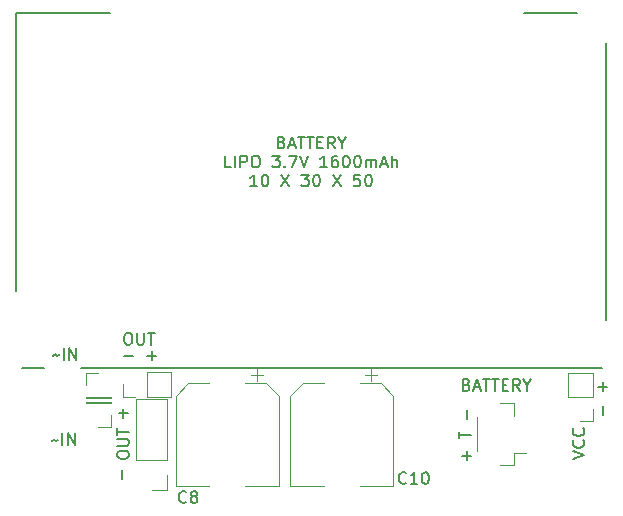
<source format=gbr>
%TF.GenerationSoftware,KiCad,Pcbnew,7.0.10*%
%TF.CreationDate,2024-01-26T14:27:53+11:00*%
%TF.ProjectId,cptibp8-pcb,63707469-6270-4382-9d70-63622e6b6963,rev?*%
%TF.SameCoordinates,Original*%
%TF.FileFunction,Legend,Top*%
%TF.FilePolarity,Positive*%
%FSLAX46Y46*%
G04 Gerber Fmt 4.6, Leading zero omitted, Abs format (unit mm)*
G04 Created by KiCad (PCBNEW 7.0.10) date 2024-01-26 14:27:53*
%MOMM*%
%LPD*%
G01*
G04 APERTURE LIST*
%ADD10C,0.150000*%
%ADD11C,0.120000*%
G04 APERTURE END LIST*
D10*
X44000000Y-1000000D02*
X48500000Y-1000000D01*
X17400000Y-31000000D02*
X50600000Y-31000000D01*
X1000000Y-1000000D02*
X9000000Y-1000000D01*
X51000000Y-3500000D02*
X51000000Y-27000000D01*
X3400000Y-31000000D02*
X1500000Y-31000000D01*
X1000000Y-1000000D02*
X1000000Y-24500000D01*
X17400000Y-31000000D02*
X6500000Y-31000000D01*
X10136779Y-29988866D02*
X10898684Y-29988866D01*
X23499999Y-11926009D02*
X23642856Y-11973628D01*
X23642856Y-11973628D02*
X23690475Y-12021247D01*
X23690475Y-12021247D02*
X23738094Y-12116485D01*
X23738094Y-12116485D02*
X23738094Y-12259342D01*
X23738094Y-12259342D02*
X23690475Y-12354580D01*
X23690475Y-12354580D02*
X23642856Y-12402200D01*
X23642856Y-12402200D02*
X23547618Y-12449819D01*
X23547618Y-12449819D02*
X23166666Y-12449819D01*
X23166666Y-12449819D02*
X23166666Y-11449819D01*
X23166666Y-11449819D02*
X23499999Y-11449819D01*
X23499999Y-11449819D02*
X23595237Y-11497438D01*
X23595237Y-11497438D02*
X23642856Y-11545057D01*
X23642856Y-11545057D02*
X23690475Y-11640295D01*
X23690475Y-11640295D02*
X23690475Y-11735533D01*
X23690475Y-11735533D02*
X23642856Y-11830771D01*
X23642856Y-11830771D02*
X23595237Y-11878390D01*
X23595237Y-11878390D02*
X23499999Y-11926009D01*
X23499999Y-11926009D02*
X23166666Y-11926009D01*
X24119047Y-12164104D02*
X24595237Y-12164104D01*
X24023809Y-12449819D02*
X24357142Y-11449819D01*
X24357142Y-11449819D02*
X24690475Y-12449819D01*
X24880952Y-11449819D02*
X25452380Y-11449819D01*
X25166666Y-12449819D02*
X25166666Y-11449819D01*
X25642857Y-11449819D02*
X26214285Y-11449819D01*
X25928571Y-12449819D02*
X25928571Y-11449819D01*
X26547619Y-11926009D02*
X26880952Y-11926009D01*
X27023809Y-12449819D02*
X26547619Y-12449819D01*
X26547619Y-12449819D02*
X26547619Y-11449819D01*
X26547619Y-11449819D02*
X27023809Y-11449819D01*
X28023809Y-12449819D02*
X27690476Y-11973628D01*
X27452381Y-12449819D02*
X27452381Y-11449819D01*
X27452381Y-11449819D02*
X27833333Y-11449819D01*
X27833333Y-11449819D02*
X27928571Y-11497438D01*
X27928571Y-11497438D02*
X27976190Y-11545057D01*
X27976190Y-11545057D02*
X28023809Y-11640295D01*
X28023809Y-11640295D02*
X28023809Y-11783152D01*
X28023809Y-11783152D02*
X27976190Y-11878390D01*
X27976190Y-11878390D02*
X27928571Y-11926009D01*
X27928571Y-11926009D02*
X27833333Y-11973628D01*
X27833333Y-11973628D02*
X27452381Y-11973628D01*
X28642857Y-11973628D02*
X28642857Y-12449819D01*
X28309524Y-11449819D02*
X28642857Y-11973628D01*
X28642857Y-11973628D02*
X28976190Y-11449819D01*
X19214285Y-14059819D02*
X18738095Y-14059819D01*
X18738095Y-14059819D02*
X18738095Y-13059819D01*
X19547619Y-14059819D02*
X19547619Y-13059819D01*
X20023809Y-14059819D02*
X20023809Y-13059819D01*
X20023809Y-13059819D02*
X20404761Y-13059819D01*
X20404761Y-13059819D02*
X20499999Y-13107438D01*
X20499999Y-13107438D02*
X20547618Y-13155057D01*
X20547618Y-13155057D02*
X20595237Y-13250295D01*
X20595237Y-13250295D02*
X20595237Y-13393152D01*
X20595237Y-13393152D02*
X20547618Y-13488390D01*
X20547618Y-13488390D02*
X20499999Y-13536009D01*
X20499999Y-13536009D02*
X20404761Y-13583628D01*
X20404761Y-13583628D02*
X20023809Y-13583628D01*
X21214285Y-13059819D02*
X21404761Y-13059819D01*
X21404761Y-13059819D02*
X21499999Y-13107438D01*
X21499999Y-13107438D02*
X21595237Y-13202676D01*
X21595237Y-13202676D02*
X21642856Y-13393152D01*
X21642856Y-13393152D02*
X21642856Y-13726485D01*
X21642856Y-13726485D02*
X21595237Y-13916961D01*
X21595237Y-13916961D02*
X21499999Y-14012200D01*
X21499999Y-14012200D02*
X21404761Y-14059819D01*
X21404761Y-14059819D02*
X21214285Y-14059819D01*
X21214285Y-14059819D02*
X21119047Y-14012200D01*
X21119047Y-14012200D02*
X21023809Y-13916961D01*
X21023809Y-13916961D02*
X20976190Y-13726485D01*
X20976190Y-13726485D02*
X20976190Y-13393152D01*
X20976190Y-13393152D02*
X21023809Y-13202676D01*
X21023809Y-13202676D02*
X21119047Y-13107438D01*
X21119047Y-13107438D02*
X21214285Y-13059819D01*
X22738095Y-13059819D02*
X23357142Y-13059819D01*
X23357142Y-13059819D02*
X23023809Y-13440771D01*
X23023809Y-13440771D02*
X23166666Y-13440771D01*
X23166666Y-13440771D02*
X23261904Y-13488390D01*
X23261904Y-13488390D02*
X23309523Y-13536009D01*
X23309523Y-13536009D02*
X23357142Y-13631247D01*
X23357142Y-13631247D02*
X23357142Y-13869342D01*
X23357142Y-13869342D02*
X23309523Y-13964580D01*
X23309523Y-13964580D02*
X23261904Y-14012200D01*
X23261904Y-14012200D02*
X23166666Y-14059819D01*
X23166666Y-14059819D02*
X22880952Y-14059819D01*
X22880952Y-14059819D02*
X22785714Y-14012200D01*
X22785714Y-14012200D02*
X22738095Y-13964580D01*
X23785714Y-13964580D02*
X23833333Y-14012200D01*
X23833333Y-14012200D02*
X23785714Y-14059819D01*
X23785714Y-14059819D02*
X23738095Y-14012200D01*
X23738095Y-14012200D02*
X23785714Y-13964580D01*
X23785714Y-13964580D02*
X23785714Y-14059819D01*
X24166666Y-13059819D02*
X24833332Y-13059819D01*
X24833332Y-13059819D02*
X24404761Y-14059819D01*
X25071428Y-13059819D02*
X25404761Y-14059819D01*
X25404761Y-14059819D02*
X25738094Y-13059819D01*
X27357142Y-14059819D02*
X26785714Y-14059819D01*
X27071428Y-14059819D02*
X27071428Y-13059819D01*
X27071428Y-13059819D02*
X26976190Y-13202676D01*
X26976190Y-13202676D02*
X26880952Y-13297914D01*
X26880952Y-13297914D02*
X26785714Y-13345533D01*
X28214285Y-13059819D02*
X28023809Y-13059819D01*
X28023809Y-13059819D02*
X27928571Y-13107438D01*
X27928571Y-13107438D02*
X27880952Y-13155057D01*
X27880952Y-13155057D02*
X27785714Y-13297914D01*
X27785714Y-13297914D02*
X27738095Y-13488390D01*
X27738095Y-13488390D02*
X27738095Y-13869342D01*
X27738095Y-13869342D02*
X27785714Y-13964580D01*
X27785714Y-13964580D02*
X27833333Y-14012200D01*
X27833333Y-14012200D02*
X27928571Y-14059819D01*
X27928571Y-14059819D02*
X28119047Y-14059819D01*
X28119047Y-14059819D02*
X28214285Y-14012200D01*
X28214285Y-14012200D02*
X28261904Y-13964580D01*
X28261904Y-13964580D02*
X28309523Y-13869342D01*
X28309523Y-13869342D02*
X28309523Y-13631247D01*
X28309523Y-13631247D02*
X28261904Y-13536009D01*
X28261904Y-13536009D02*
X28214285Y-13488390D01*
X28214285Y-13488390D02*
X28119047Y-13440771D01*
X28119047Y-13440771D02*
X27928571Y-13440771D01*
X27928571Y-13440771D02*
X27833333Y-13488390D01*
X27833333Y-13488390D02*
X27785714Y-13536009D01*
X27785714Y-13536009D02*
X27738095Y-13631247D01*
X28928571Y-13059819D02*
X29023809Y-13059819D01*
X29023809Y-13059819D02*
X29119047Y-13107438D01*
X29119047Y-13107438D02*
X29166666Y-13155057D01*
X29166666Y-13155057D02*
X29214285Y-13250295D01*
X29214285Y-13250295D02*
X29261904Y-13440771D01*
X29261904Y-13440771D02*
X29261904Y-13678866D01*
X29261904Y-13678866D02*
X29214285Y-13869342D01*
X29214285Y-13869342D02*
X29166666Y-13964580D01*
X29166666Y-13964580D02*
X29119047Y-14012200D01*
X29119047Y-14012200D02*
X29023809Y-14059819D01*
X29023809Y-14059819D02*
X28928571Y-14059819D01*
X28928571Y-14059819D02*
X28833333Y-14012200D01*
X28833333Y-14012200D02*
X28785714Y-13964580D01*
X28785714Y-13964580D02*
X28738095Y-13869342D01*
X28738095Y-13869342D02*
X28690476Y-13678866D01*
X28690476Y-13678866D02*
X28690476Y-13440771D01*
X28690476Y-13440771D02*
X28738095Y-13250295D01*
X28738095Y-13250295D02*
X28785714Y-13155057D01*
X28785714Y-13155057D02*
X28833333Y-13107438D01*
X28833333Y-13107438D02*
X28928571Y-13059819D01*
X29880952Y-13059819D02*
X29976190Y-13059819D01*
X29976190Y-13059819D02*
X30071428Y-13107438D01*
X30071428Y-13107438D02*
X30119047Y-13155057D01*
X30119047Y-13155057D02*
X30166666Y-13250295D01*
X30166666Y-13250295D02*
X30214285Y-13440771D01*
X30214285Y-13440771D02*
X30214285Y-13678866D01*
X30214285Y-13678866D02*
X30166666Y-13869342D01*
X30166666Y-13869342D02*
X30119047Y-13964580D01*
X30119047Y-13964580D02*
X30071428Y-14012200D01*
X30071428Y-14012200D02*
X29976190Y-14059819D01*
X29976190Y-14059819D02*
X29880952Y-14059819D01*
X29880952Y-14059819D02*
X29785714Y-14012200D01*
X29785714Y-14012200D02*
X29738095Y-13964580D01*
X29738095Y-13964580D02*
X29690476Y-13869342D01*
X29690476Y-13869342D02*
X29642857Y-13678866D01*
X29642857Y-13678866D02*
X29642857Y-13440771D01*
X29642857Y-13440771D02*
X29690476Y-13250295D01*
X29690476Y-13250295D02*
X29738095Y-13155057D01*
X29738095Y-13155057D02*
X29785714Y-13107438D01*
X29785714Y-13107438D02*
X29880952Y-13059819D01*
X30642857Y-14059819D02*
X30642857Y-13393152D01*
X30642857Y-13488390D02*
X30690476Y-13440771D01*
X30690476Y-13440771D02*
X30785714Y-13393152D01*
X30785714Y-13393152D02*
X30928571Y-13393152D01*
X30928571Y-13393152D02*
X31023809Y-13440771D01*
X31023809Y-13440771D02*
X31071428Y-13536009D01*
X31071428Y-13536009D02*
X31071428Y-14059819D01*
X31071428Y-13536009D02*
X31119047Y-13440771D01*
X31119047Y-13440771D02*
X31214285Y-13393152D01*
X31214285Y-13393152D02*
X31357142Y-13393152D01*
X31357142Y-13393152D02*
X31452381Y-13440771D01*
X31452381Y-13440771D02*
X31500000Y-13536009D01*
X31500000Y-13536009D02*
X31500000Y-14059819D01*
X31928571Y-13774104D02*
X32404761Y-13774104D01*
X31833333Y-14059819D02*
X32166666Y-13059819D01*
X32166666Y-13059819D02*
X32499999Y-14059819D01*
X32833333Y-14059819D02*
X32833333Y-13059819D01*
X33261904Y-14059819D02*
X33261904Y-13536009D01*
X33261904Y-13536009D02*
X33214285Y-13440771D01*
X33214285Y-13440771D02*
X33119047Y-13393152D01*
X33119047Y-13393152D02*
X32976190Y-13393152D01*
X32976190Y-13393152D02*
X32880952Y-13440771D01*
X32880952Y-13440771D02*
X32833333Y-13488390D01*
X21428570Y-15669819D02*
X20857142Y-15669819D01*
X21142856Y-15669819D02*
X21142856Y-14669819D01*
X21142856Y-14669819D02*
X21047618Y-14812676D01*
X21047618Y-14812676D02*
X20952380Y-14907914D01*
X20952380Y-14907914D02*
X20857142Y-14955533D01*
X22047618Y-14669819D02*
X22142856Y-14669819D01*
X22142856Y-14669819D02*
X22238094Y-14717438D01*
X22238094Y-14717438D02*
X22285713Y-14765057D01*
X22285713Y-14765057D02*
X22333332Y-14860295D01*
X22333332Y-14860295D02*
X22380951Y-15050771D01*
X22380951Y-15050771D02*
X22380951Y-15288866D01*
X22380951Y-15288866D02*
X22333332Y-15479342D01*
X22333332Y-15479342D02*
X22285713Y-15574580D01*
X22285713Y-15574580D02*
X22238094Y-15622200D01*
X22238094Y-15622200D02*
X22142856Y-15669819D01*
X22142856Y-15669819D02*
X22047618Y-15669819D01*
X22047618Y-15669819D02*
X21952380Y-15622200D01*
X21952380Y-15622200D02*
X21904761Y-15574580D01*
X21904761Y-15574580D02*
X21857142Y-15479342D01*
X21857142Y-15479342D02*
X21809523Y-15288866D01*
X21809523Y-15288866D02*
X21809523Y-15050771D01*
X21809523Y-15050771D02*
X21857142Y-14860295D01*
X21857142Y-14860295D02*
X21904761Y-14765057D01*
X21904761Y-14765057D02*
X21952380Y-14717438D01*
X21952380Y-14717438D02*
X22047618Y-14669819D01*
X23476190Y-14669819D02*
X24142856Y-15669819D01*
X24142856Y-14669819D02*
X23476190Y-15669819D01*
X25190476Y-14669819D02*
X25809523Y-14669819D01*
X25809523Y-14669819D02*
X25476190Y-15050771D01*
X25476190Y-15050771D02*
X25619047Y-15050771D01*
X25619047Y-15050771D02*
X25714285Y-15098390D01*
X25714285Y-15098390D02*
X25761904Y-15146009D01*
X25761904Y-15146009D02*
X25809523Y-15241247D01*
X25809523Y-15241247D02*
X25809523Y-15479342D01*
X25809523Y-15479342D02*
X25761904Y-15574580D01*
X25761904Y-15574580D02*
X25714285Y-15622200D01*
X25714285Y-15622200D02*
X25619047Y-15669819D01*
X25619047Y-15669819D02*
X25333333Y-15669819D01*
X25333333Y-15669819D02*
X25238095Y-15622200D01*
X25238095Y-15622200D02*
X25190476Y-15574580D01*
X26428571Y-14669819D02*
X26523809Y-14669819D01*
X26523809Y-14669819D02*
X26619047Y-14717438D01*
X26619047Y-14717438D02*
X26666666Y-14765057D01*
X26666666Y-14765057D02*
X26714285Y-14860295D01*
X26714285Y-14860295D02*
X26761904Y-15050771D01*
X26761904Y-15050771D02*
X26761904Y-15288866D01*
X26761904Y-15288866D02*
X26714285Y-15479342D01*
X26714285Y-15479342D02*
X26666666Y-15574580D01*
X26666666Y-15574580D02*
X26619047Y-15622200D01*
X26619047Y-15622200D02*
X26523809Y-15669819D01*
X26523809Y-15669819D02*
X26428571Y-15669819D01*
X26428571Y-15669819D02*
X26333333Y-15622200D01*
X26333333Y-15622200D02*
X26285714Y-15574580D01*
X26285714Y-15574580D02*
X26238095Y-15479342D01*
X26238095Y-15479342D02*
X26190476Y-15288866D01*
X26190476Y-15288866D02*
X26190476Y-15050771D01*
X26190476Y-15050771D02*
X26238095Y-14860295D01*
X26238095Y-14860295D02*
X26285714Y-14765057D01*
X26285714Y-14765057D02*
X26333333Y-14717438D01*
X26333333Y-14717438D02*
X26428571Y-14669819D01*
X27857143Y-14669819D02*
X28523809Y-15669819D01*
X28523809Y-14669819D02*
X27857143Y-15669819D01*
X30142857Y-14669819D02*
X29666667Y-14669819D01*
X29666667Y-14669819D02*
X29619048Y-15146009D01*
X29619048Y-15146009D02*
X29666667Y-15098390D01*
X29666667Y-15098390D02*
X29761905Y-15050771D01*
X29761905Y-15050771D02*
X30000000Y-15050771D01*
X30000000Y-15050771D02*
X30095238Y-15098390D01*
X30095238Y-15098390D02*
X30142857Y-15146009D01*
X30142857Y-15146009D02*
X30190476Y-15241247D01*
X30190476Y-15241247D02*
X30190476Y-15479342D01*
X30190476Y-15479342D02*
X30142857Y-15574580D01*
X30142857Y-15574580D02*
X30095238Y-15622200D01*
X30095238Y-15622200D02*
X30000000Y-15669819D01*
X30000000Y-15669819D02*
X29761905Y-15669819D01*
X29761905Y-15669819D02*
X29666667Y-15622200D01*
X29666667Y-15622200D02*
X29619048Y-15574580D01*
X30809524Y-14669819D02*
X30904762Y-14669819D01*
X30904762Y-14669819D02*
X31000000Y-14717438D01*
X31000000Y-14717438D02*
X31047619Y-14765057D01*
X31047619Y-14765057D02*
X31095238Y-14860295D01*
X31095238Y-14860295D02*
X31142857Y-15050771D01*
X31142857Y-15050771D02*
X31142857Y-15288866D01*
X31142857Y-15288866D02*
X31095238Y-15479342D01*
X31095238Y-15479342D02*
X31047619Y-15574580D01*
X31047619Y-15574580D02*
X31000000Y-15622200D01*
X31000000Y-15622200D02*
X30904762Y-15669819D01*
X30904762Y-15669819D02*
X30809524Y-15669819D01*
X30809524Y-15669819D02*
X30714286Y-15622200D01*
X30714286Y-15622200D02*
X30666667Y-15574580D01*
X30666667Y-15574580D02*
X30619048Y-15479342D01*
X30619048Y-15479342D02*
X30571429Y-15288866D01*
X30571429Y-15288866D02*
X30571429Y-15050771D01*
X30571429Y-15050771D02*
X30619048Y-14860295D01*
X30619048Y-14860295D02*
X30666667Y-14765057D01*
X30666667Y-14765057D02*
X30714286Y-14717438D01*
X30714286Y-14717438D02*
X30809524Y-14669819D01*
X10088866Y-35263220D02*
X10088866Y-34501316D01*
X10469819Y-34882268D02*
X9707914Y-34882268D01*
X10427255Y-28069819D02*
X10617731Y-28069819D01*
X10617731Y-28069819D02*
X10712969Y-28117438D01*
X10712969Y-28117438D02*
X10808207Y-28212676D01*
X10808207Y-28212676D02*
X10855826Y-28403152D01*
X10855826Y-28403152D02*
X10855826Y-28736485D01*
X10855826Y-28736485D02*
X10808207Y-28926961D01*
X10808207Y-28926961D02*
X10712969Y-29022200D01*
X10712969Y-29022200D02*
X10617731Y-29069819D01*
X10617731Y-29069819D02*
X10427255Y-29069819D01*
X10427255Y-29069819D02*
X10332017Y-29022200D01*
X10332017Y-29022200D02*
X10236779Y-28926961D01*
X10236779Y-28926961D02*
X10189160Y-28736485D01*
X10189160Y-28736485D02*
X10189160Y-28403152D01*
X10189160Y-28403152D02*
X10236779Y-28212676D01*
X10236779Y-28212676D02*
X10332017Y-28117438D01*
X10332017Y-28117438D02*
X10427255Y-28069819D01*
X11284398Y-28069819D02*
X11284398Y-28879342D01*
X11284398Y-28879342D02*
X11332017Y-28974580D01*
X11332017Y-28974580D02*
X11379636Y-29022200D01*
X11379636Y-29022200D02*
X11474874Y-29069819D01*
X11474874Y-29069819D02*
X11665350Y-29069819D01*
X11665350Y-29069819D02*
X11760588Y-29022200D01*
X11760588Y-29022200D02*
X11808207Y-28974580D01*
X11808207Y-28974580D02*
X11855826Y-28879342D01*
X11855826Y-28879342D02*
X11855826Y-28069819D01*
X12189160Y-28069819D02*
X12760588Y-28069819D01*
X12474874Y-29069819D02*
X12474874Y-28069819D01*
X9988866Y-40463220D02*
X9988866Y-39701316D01*
X9569819Y-38472744D02*
X9569819Y-38282268D01*
X9569819Y-38282268D02*
X9617438Y-38187030D01*
X9617438Y-38187030D02*
X9712676Y-38091792D01*
X9712676Y-38091792D02*
X9903152Y-38044173D01*
X9903152Y-38044173D02*
X10236485Y-38044173D01*
X10236485Y-38044173D02*
X10426961Y-38091792D01*
X10426961Y-38091792D02*
X10522200Y-38187030D01*
X10522200Y-38187030D02*
X10569819Y-38282268D01*
X10569819Y-38282268D02*
X10569819Y-38472744D01*
X10569819Y-38472744D02*
X10522200Y-38567982D01*
X10522200Y-38567982D02*
X10426961Y-38663220D01*
X10426961Y-38663220D02*
X10236485Y-38710839D01*
X10236485Y-38710839D02*
X9903152Y-38710839D01*
X9903152Y-38710839D02*
X9712676Y-38663220D01*
X9712676Y-38663220D02*
X9617438Y-38567982D01*
X9617438Y-38567982D02*
X9569819Y-38472744D01*
X9569819Y-37615601D02*
X10379342Y-37615601D01*
X10379342Y-37615601D02*
X10474580Y-37567982D01*
X10474580Y-37567982D02*
X10522200Y-37520363D01*
X10522200Y-37520363D02*
X10569819Y-37425125D01*
X10569819Y-37425125D02*
X10569819Y-37234649D01*
X10569819Y-37234649D02*
X10522200Y-37139411D01*
X10522200Y-37139411D02*
X10474580Y-37091792D01*
X10474580Y-37091792D02*
X10379342Y-37044173D01*
X10379342Y-37044173D02*
X9569819Y-37044173D01*
X9569819Y-36710839D02*
X9569819Y-36139411D01*
X10569819Y-36425125D02*
X9569819Y-36425125D01*
X4193922Y-29988866D02*
X4241541Y-29941247D01*
X4241541Y-29941247D02*
X4336779Y-29893628D01*
X4336779Y-29893628D02*
X4527255Y-29988866D01*
X4527255Y-29988866D02*
X4622493Y-29941247D01*
X4622493Y-29941247D02*
X4670112Y-29893628D01*
X5051065Y-30369819D02*
X5051065Y-29369819D01*
X5527255Y-30369819D02*
X5527255Y-29369819D01*
X5527255Y-29369819D02*
X6098683Y-30369819D01*
X6098683Y-30369819D02*
X6098683Y-29369819D01*
X4093922Y-37188866D02*
X4141541Y-37141247D01*
X4141541Y-37141247D02*
X4236779Y-37093628D01*
X4236779Y-37093628D02*
X4427255Y-37188866D01*
X4427255Y-37188866D02*
X4522493Y-37141247D01*
X4522493Y-37141247D02*
X4570112Y-37093628D01*
X4951065Y-37569819D02*
X4951065Y-36569819D01*
X5427255Y-37569819D02*
X5427255Y-36569819D01*
X5427255Y-36569819D02*
X5998683Y-37569819D01*
X5998683Y-37569819D02*
X5998683Y-36569819D01*
X39188866Y-38863220D02*
X39188866Y-38101316D01*
X39569819Y-38482268D02*
X38807914Y-38482268D01*
X38569819Y-37006077D02*
X38569819Y-36434649D01*
X39569819Y-36720363D02*
X38569819Y-36720363D01*
X39188866Y-35339410D02*
X39188866Y-34577506D01*
X50711133Y-32236779D02*
X50711133Y-32998684D01*
X50330180Y-32617731D02*
X51092085Y-32617731D01*
X50711133Y-34236779D02*
X50711133Y-34998684D01*
X39170112Y-32446009D02*
X39312969Y-32493628D01*
X39312969Y-32493628D02*
X39360588Y-32541247D01*
X39360588Y-32541247D02*
X39408207Y-32636485D01*
X39408207Y-32636485D02*
X39408207Y-32779342D01*
X39408207Y-32779342D02*
X39360588Y-32874580D01*
X39360588Y-32874580D02*
X39312969Y-32922200D01*
X39312969Y-32922200D02*
X39217731Y-32969819D01*
X39217731Y-32969819D02*
X38836779Y-32969819D01*
X38836779Y-32969819D02*
X38836779Y-31969819D01*
X38836779Y-31969819D02*
X39170112Y-31969819D01*
X39170112Y-31969819D02*
X39265350Y-32017438D01*
X39265350Y-32017438D02*
X39312969Y-32065057D01*
X39312969Y-32065057D02*
X39360588Y-32160295D01*
X39360588Y-32160295D02*
X39360588Y-32255533D01*
X39360588Y-32255533D02*
X39312969Y-32350771D01*
X39312969Y-32350771D02*
X39265350Y-32398390D01*
X39265350Y-32398390D02*
X39170112Y-32446009D01*
X39170112Y-32446009D02*
X38836779Y-32446009D01*
X39789160Y-32684104D02*
X40265350Y-32684104D01*
X39693922Y-32969819D02*
X40027255Y-31969819D01*
X40027255Y-31969819D02*
X40360588Y-32969819D01*
X40551065Y-31969819D02*
X41122493Y-31969819D01*
X40836779Y-32969819D02*
X40836779Y-31969819D01*
X41312970Y-31969819D02*
X41884398Y-31969819D01*
X41598684Y-32969819D02*
X41598684Y-31969819D01*
X42217732Y-32446009D02*
X42551065Y-32446009D01*
X42693922Y-32969819D02*
X42217732Y-32969819D01*
X42217732Y-32969819D02*
X42217732Y-31969819D01*
X42217732Y-31969819D02*
X42693922Y-31969819D01*
X43693922Y-32969819D02*
X43360589Y-32493628D01*
X43122494Y-32969819D02*
X43122494Y-31969819D01*
X43122494Y-31969819D02*
X43503446Y-31969819D01*
X43503446Y-31969819D02*
X43598684Y-32017438D01*
X43598684Y-32017438D02*
X43646303Y-32065057D01*
X43646303Y-32065057D02*
X43693922Y-32160295D01*
X43693922Y-32160295D02*
X43693922Y-32303152D01*
X43693922Y-32303152D02*
X43646303Y-32398390D01*
X43646303Y-32398390D02*
X43598684Y-32446009D01*
X43598684Y-32446009D02*
X43503446Y-32493628D01*
X43503446Y-32493628D02*
X43122494Y-32493628D01*
X44312970Y-32493628D02*
X44312970Y-32969819D01*
X43979637Y-31969819D02*
X44312970Y-32493628D01*
X44312970Y-32493628D02*
X44646303Y-31969819D01*
X12136779Y-29988866D02*
X12898684Y-29988866D01*
X12517731Y-30369819D02*
X12517731Y-29607914D01*
X15433333Y-42359580D02*
X15385714Y-42407200D01*
X15385714Y-42407200D02*
X15242857Y-42454819D01*
X15242857Y-42454819D02*
X15147619Y-42454819D01*
X15147619Y-42454819D02*
X15004762Y-42407200D01*
X15004762Y-42407200D02*
X14909524Y-42311961D01*
X14909524Y-42311961D02*
X14861905Y-42216723D01*
X14861905Y-42216723D02*
X14814286Y-42026247D01*
X14814286Y-42026247D02*
X14814286Y-41883390D01*
X14814286Y-41883390D02*
X14861905Y-41692914D01*
X14861905Y-41692914D02*
X14909524Y-41597676D01*
X14909524Y-41597676D02*
X15004762Y-41502438D01*
X15004762Y-41502438D02*
X15147619Y-41454819D01*
X15147619Y-41454819D02*
X15242857Y-41454819D01*
X15242857Y-41454819D02*
X15385714Y-41502438D01*
X15385714Y-41502438D02*
X15433333Y-41550057D01*
X16004762Y-41883390D02*
X15909524Y-41835771D01*
X15909524Y-41835771D02*
X15861905Y-41788152D01*
X15861905Y-41788152D02*
X15814286Y-41692914D01*
X15814286Y-41692914D02*
X15814286Y-41645295D01*
X15814286Y-41645295D02*
X15861905Y-41550057D01*
X15861905Y-41550057D02*
X15909524Y-41502438D01*
X15909524Y-41502438D02*
X16004762Y-41454819D01*
X16004762Y-41454819D02*
X16195238Y-41454819D01*
X16195238Y-41454819D02*
X16290476Y-41502438D01*
X16290476Y-41502438D02*
X16338095Y-41550057D01*
X16338095Y-41550057D02*
X16385714Y-41645295D01*
X16385714Y-41645295D02*
X16385714Y-41692914D01*
X16385714Y-41692914D02*
X16338095Y-41788152D01*
X16338095Y-41788152D02*
X16290476Y-41835771D01*
X16290476Y-41835771D02*
X16195238Y-41883390D01*
X16195238Y-41883390D02*
X16004762Y-41883390D01*
X16004762Y-41883390D02*
X15909524Y-41931009D01*
X15909524Y-41931009D02*
X15861905Y-41978628D01*
X15861905Y-41978628D02*
X15814286Y-42073866D01*
X15814286Y-42073866D02*
X15814286Y-42264342D01*
X15814286Y-42264342D02*
X15861905Y-42359580D01*
X15861905Y-42359580D02*
X15909524Y-42407200D01*
X15909524Y-42407200D02*
X16004762Y-42454819D01*
X16004762Y-42454819D02*
X16195238Y-42454819D01*
X16195238Y-42454819D02*
X16290476Y-42407200D01*
X16290476Y-42407200D02*
X16338095Y-42359580D01*
X16338095Y-42359580D02*
X16385714Y-42264342D01*
X16385714Y-42264342D02*
X16385714Y-42073866D01*
X16385714Y-42073866D02*
X16338095Y-41978628D01*
X16338095Y-41978628D02*
X16290476Y-41931009D01*
X16290476Y-41931009D02*
X16195238Y-41883390D01*
X34057142Y-40759580D02*
X34009523Y-40807200D01*
X34009523Y-40807200D02*
X33866666Y-40854819D01*
X33866666Y-40854819D02*
X33771428Y-40854819D01*
X33771428Y-40854819D02*
X33628571Y-40807200D01*
X33628571Y-40807200D02*
X33533333Y-40711961D01*
X33533333Y-40711961D02*
X33485714Y-40616723D01*
X33485714Y-40616723D02*
X33438095Y-40426247D01*
X33438095Y-40426247D02*
X33438095Y-40283390D01*
X33438095Y-40283390D02*
X33485714Y-40092914D01*
X33485714Y-40092914D02*
X33533333Y-39997676D01*
X33533333Y-39997676D02*
X33628571Y-39902438D01*
X33628571Y-39902438D02*
X33771428Y-39854819D01*
X33771428Y-39854819D02*
X33866666Y-39854819D01*
X33866666Y-39854819D02*
X34009523Y-39902438D01*
X34009523Y-39902438D02*
X34057142Y-39950057D01*
X35009523Y-40854819D02*
X34438095Y-40854819D01*
X34723809Y-40854819D02*
X34723809Y-39854819D01*
X34723809Y-39854819D02*
X34628571Y-39997676D01*
X34628571Y-39997676D02*
X34533333Y-40092914D01*
X34533333Y-40092914D02*
X34438095Y-40140533D01*
X35628571Y-39854819D02*
X35723809Y-39854819D01*
X35723809Y-39854819D02*
X35819047Y-39902438D01*
X35819047Y-39902438D02*
X35866666Y-39950057D01*
X35866666Y-39950057D02*
X35914285Y-40045295D01*
X35914285Y-40045295D02*
X35961904Y-40235771D01*
X35961904Y-40235771D02*
X35961904Y-40473866D01*
X35961904Y-40473866D02*
X35914285Y-40664342D01*
X35914285Y-40664342D02*
X35866666Y-40759580D01*
X35866666Y-40759580D02*
X35819047Y-40807200D01*
X35819047Y-40807200D02*
X35723809Y-40854819D01*
X35723809Y-40854819D02*
X35628571Y-40854819D01*
X35628571Y-40854819D02*
X35533333Y-40807200D01*
X35533333Y-40807200D02*
X35485714Y-40759580D01*
X35485714Y-40759580D02*
X35438095Y-40664342D01*
X35438095Y-40664342D02*
X35390476Y-40473866D01*
X35390476Y-40473866D02*
X35390476Y-40235771D01*
X35390476Y-40235771D02*
X35438095Y-40045295D01*
X35438095Y-40045295D02*
X35485714Y-39950057D01*
X35485714Y-39950057D02*
X35533333Y-39902438D01*
X35533333Y-39902438D02*
X35628571Y-39854819D01*
X48154819Y-38733332D02*
X49154819Y-38399999D01*
X49154819Y-38399999D02*
X48154819Y-38066666D01*
X49059580Y-37161904D02*
X49107200Y-37209523D01*
X49107200Y-37209523D02*
X49154819Y-37352380D01*
X49154819Y-37352380D02*
X49154819Y-37447618D01*
X49154819Y-37447618D02*
X49107200Y-37590475D01*
X49107200Y-37590475D02*
X49011961Y-37685713D01*
X49011961Y-37685713D02*
X48916723Y-37733332D01*
X48916723Y-37733332D02*
X48726247Y-37780951D01*
X48726247Y-37780951D02*
X48583390Y-37780951D01*
X48583390Y-37780951D02*
X48392914Y-37733332D01*
X48392914Y-37733332D02*
X48297676Y-37685713D01*
X48297676Y-37685713D02*
X48202438Y-37590475D01*
X48202438Y-37590475D02*
X48154819Y-37447618D01*
X48154819Y-37447618D02*
X48154819Y-37352380D01*
X48154819Y-37352380D02*
X48202438Y-37209523D01*
X48202438Y-37209523D02*
X48250057Y-37161904D01*
X49059580Y-36161904D02*
X49107200Y-36209523D01*
X49107200Y-36209523D02*
X49154819Y-36352380D01*
X49154819Y-36352380D02*
X49154819Y-36447618D01*
X49154819Y-36447618D02*
X49107200Y-36590475D01*
X49107200Y-36590475D02*
X49011961Y-36685713D01*
X49011961Y-36685713D02*
X48916723Y-36733332D01*
X48916723Y-36733332D02*
X48726247Y-36780951D01*
X48726247Y-36780951D02*
X48583390Y-36780951D01*
X48583390Y-36780951D02*
X48392914Y-36733332D01*
X48392914Y-36733332D02*
X48297676Y-36685713D01*
X48297676Y-36685713D02*
X48202438Y-36590475D01*
X48202438Y-36590475D02*
X48154819Y-36447618D01*
X48154819Y-36447618D02*
X48154819Y-36352380D01*
X48154819Y-36352380D02*
X48202438Y-36209523D01*
X48202438Y-36209523D02*
X48250057Y-36161904D01*
D11*
%TO.C,J1*%
X9060000Y-36060000D02*
X8000000Y-36060000D01*
X9060000Y-35000000D02*
X9060000Y-36060000D01*
X9060000Y-34000000D02*
X9060000Y-33940000D01*
X9060000Y-34000000D02*
X6940000Y-34000000D01*
X9060000Y-33940000D02*
X6940000Y-33940000D01*
X6940000Y-34000000D02*
X6940000Y-33940000D01*
%TO.C,J2*%
X10040000Y-33460000D02*
X10040000Y-32400000D01*
X11100000Y-33460000D02*
X10040000Y-33460000D01*
X12100000Y-33460000D02*
X14160000Y-33460000D01*
X12100000Y-33460000D02*
X12100000Y-31340000D01*
X14160000Y-33460000D02*
X14160000Y-31340000D01*
X12100000Y-31340000D02*
X14160000Y-31340000D01*
%TO.C,C8*%
X21410000Y-31100000D02*
X21410000Y-32100000D01*
X21910000Y-31600000D02*
X20910000Y-31600000D01*
X22195563Y-32340000D02*
X20410000Y-32340000D01*
X22195563Y-32340000D02*
X23260000Y-33404437D01*
X15604437Y-32340000D02*
X17390000Y-32340000D01*
X15604437Y-32340000D02*
X14540000Y-33404437D01*
X23260000Y-33404437D02*
X23260000Y-41060000D01*
X14540000Y-33404437D02*
X14540000Y-41060000D01*
X23260000Y-41060000D02*
X20410000Y-41060000D01*
X14540000Y-41060000D02*
X17390000Y-41060000D01*
%TO.C,J4*%
X13830000Y-41410000D02*
X12500000Y-41410000D01*
X13830000Y-40080000D02*
X13830000Y-41410000D01*
X13830000Y-38810000D02*
X13830000Y-33670000D01*
X13830000Y-38810000D02*
X11170000Y-38810000D01*
X13830000Y-33670000D02*
X11170000Y-33670000D01*
X11170000Y-38810000D02*
X11170000Y-33670000D01*
%TO.C,J5*%
X6940000Y-31440000D02*
X8000000Y-31440000D01*
X6940000Y-32500000D02*
X6940000Y-31440000D01*
X6940000Y-33500000D02*
X6940000Y-33560000D01*
X6940000Y-33500000D02*
X9060000Y-33500000D01*
X6940000Y-33560000D02*
X9060000Y-33560000D01*
X9060000Y-33500000D02*
X9060000Y-33560000D01*
%TO.C,BT1*%
X42035000Y-39260000D02*
X43185000Y-39260000D01*
X43185000Y-39260000D02*
X43185000Y-38210000D01*
X43185000Y-38210000D02*
X44175000Y-38210000D01*
X40065000Y-38090000D02*
X40065000Y-35210000D01*
X42035000Y-34040000D02*
X43185000Y-34040000D01*
X43185000Y-34040000D02*
X43185000Y-35090000D01*
%TO.C,C10*%
X31110000Y-31100000D02*
X31110000Y-32100000D01*
X31610000Y-31600000D02*
X30610000Y-31600000D01*
X31895563Y-32340000D02*
X30110000Y-32340000D01*
X31895563Y-32340000D02*
X32960000Y-33404437D01*
X25304437Y-32340000D02*
X27090000Y-32340000D01*
X25304437Y-32340000D02*
X24240000Y-33404437D01*
X32960000Y-33404437D02*
X32960000Y-41060000D01*
X24240000Y-33404437D02*
X24240000Y-41060000D01*
X32960000Y-41060000D02*
X30110000Y-41060000D01*
X24240000Y-41060000D02*
X27090000Y-41060000D01*
%TO.C,J3*%
X49860000Y-35560000D02*
X48800000Y-35560000D01*
X49860000Y-34500000D02*
X49860000Y-35560000D01*
X49860000Y-33500000D02*
X49860000Y-31440000D01*
X49860000Y-33500000D02*
X47740000Y-33500000D01*
X49860000Y-31440000D02*
X47740000Y-31440000D01*
X47740000Y-33500000D02*
X47740000Y-31440000D01*
%TD*%
M02*

</source>
